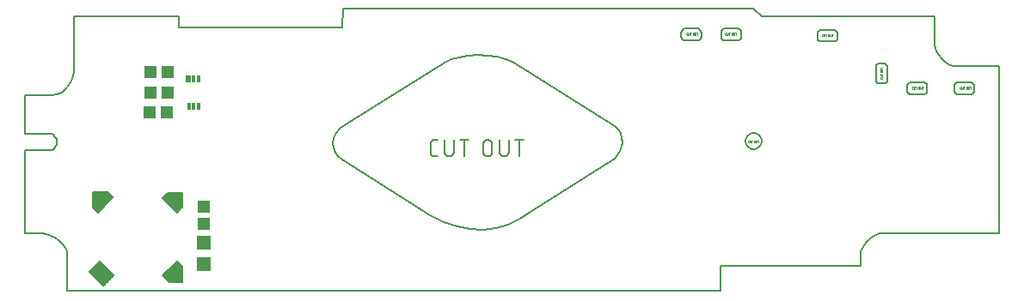
<source format=gbs>
G75*
%MOIN*%
%OFA0B0*%
%FSLAX25Y25*%
%IPPOS*%
%LPD*%
%AMOC8*
5,1,8,0,0,1.08239X$1,22.5*
%
%ADD10C,0.00600*%
%ADD11C,0.00500*%
%ADD12C,0.00800*%
%ADD13C,0.00000*%
%ADD14R,0.08280X0.05918*%
%ADD15R,0.05131X0.04737*%
%ADD16R,0.05524X0.05524*%
%ADD17R,0.04737X0.05131*%
%ADD18R,0.01981X0.02965*%
%ADD19R,0.01784X0.02965*%
D10*
X0017703Y0038877D02*
X0017703Y0053068D01*
X0017473Y0054223D01*
X0016826Y0055511D01*
X0015826Y0056843D01*
X0014540Y0058131D01*
X0013031Y0059287D01*
X0011367Y0060221D01*
X0009609Y0060847D01*
X0007826Y0061075D01*
X0001300Y0061075D01*
X0001300Y0093285D01*
X0011489Y0093363D01*
X0012380Y0093845D01*
X0013016Y0094600D01*
X0013395Y0095536D01*
X0013520Y0096561D01*
X0013391Y0097585D01*
X0013008Y0098513D01*
X0012374Y0099256D01*
X0011489Y0099720D01*
X0001300Y0099735D01*
X0001300Y0114803D02*
X0011489Y0114803D01*
X0013651Y0115090D01*
X0015486Y0115887D01*
X0017005Y0117096D01*
X0018220Y0118620D01*
X0019144Y0120362D01*
X0019789Y0122225D01*
X0020167Y0124111D01*
X0020291Y0125924D01*
X0020291Y0145461D01*
X0060762Y0145461D02*
X0060762Y0141013D01*
X0124178Y0141164D01*
X0124439Y0148568D01*
X0283611Y0148568D01*
X0286803Y0145461D01*
X0353849Y0145461D01*
X0353872Y0134183D01*
X0354104Y0132969D01*
X0354668Y0131631D01*
X0355516Y0130256D01*
X0356599Y0128933D01*
X0357869Y0127750D01*
X0359276Y0126796D01*
X0360773Y0126160D01*
X0362309Y0125929D01*
X0362585Y0125935D01*
X0378794Y0125924D01*
X0378794Y0061075D01*
X0333600Y0061075D01*
X0332610Y0060907D01*
X0331351Y0060421D01*
X0329946Y0059641D01*
X0328519Y0058595D01*
X0327194Y0057307D01*
X0326094Y0055804D01*
X0325344Y0054111D01*
X0325066Y0052254D01*
X0325066Y0048361D01*
X0270858Y0048361D01*
X0270858Y0038877D01*
X0017703Y0038877D01*
X0122690Y0090966D02*
X0124225Y0089783D01*
X0158265Y0068189D01*
X0163523Y0065449D01*
X0168754Y0063607D01*
X0173919Y0062628D01*
X0178974Y0062478D01*
X0183880Y0063119D01*
X0188596Y0064518D01*
X0193079Y0066639D01*
X0197289Y0069447D01*
X0229895Y0090159D01*
X0230978Y0091402D01*
X0231843Y0092915D01*
X0232442Y0094612D01*
X0232729Y0096404D01*
X0232659Y0098204D01*
X0232183Y0099923D01*
X0231257Y0101475D01*
X0229833Y0102771D01*
X0190100Y0127595D01*
X0187592Y0128804D01*
X0184372Y0129643D01*
X0180700Y0130126D01*
X0176836Y0130263D01*
X0173041Y0130067D01*
X0169574Y0129549D01*
X0166698Y0128721D01*
X0164671Y0127595D01*
X0125405Y0103236D01*
X0123317Y0101738D01*
X0121857Y0099993D01*
X0120989Y0098097D01*
X0120674Y0096150D01*
X0120878Y0094247D01*
X0121562Y0092486D01*
X0122690Y0090966D01*
X0158497Y0092431D02*
X0158497Y0095986D01*
X0158499Y0096060D01*
X0158505Y0096135D01*
X0158515Y0096208D01*
X0158528Y0096282D01*
X0158545Y0096354D01*
X0158567Y0096425D01*
X0158591Y0096496D01*
X0158620Y0096564D01*
X0158652Y0096632D01*
X0158688Y0096697D01*
X0158726Y0096760D01*
X0158769Y0096822D01*
X0158814Y0096881D01*
X0158862Y0096937D01*
X0158913Y0096992D01*
X0158967Y0097043D01*
X0159024Y0097091D01*
X0159083Y0097136D01*
X0159145Y0097179D01*
X0159208Y0097217D01*
X0159273Y0097253D01*
X0159341Y0097285D01*
X0159409Y0097314D01*
X0159480Y0097338D01*
X0159551Y0097360D01*
X0159623Y0097377D01*
X0159697Y0097390D01*
X0159770Y0097400D01*
X0159845Y0097406D01*
X0159919Y0097408D01*
X0161341Y0097408D01*
X0163846Y0097408D02*
X0163846Y0092786D01*
X0163848Y0092703D01*
X0163854Y0092620D01*
X0163864Y0092537D01*
X0163877Y0092454D01*
X0163895Y0092373D01*
X0163916Y0092292D01*
X0163941Y0092213D01*
X0163970Y0092135D01*
X0164002Y0092058D01*
X0164038Y0091983D01*
X0164077Y0091909D01*
X0164120Y0091838D01*
X0164166Y0091768D01*
X0164216Y0091701D01*
X0164268Y0091636D01*
X0164323Y0091574D01*
X0164382Y0091514D01*
X0164443Y0091457D01*
X0164506Y0091403D01*
X0164572Y0091352D01*
X0164641Y0091305D01*
X0164711Y0091260D01*
X0164784Y0091219D01*
X0164858Y0091182D01*
X0164934Y0091147D01*
X0165012Y0091117D01*
X0165090Y0091090D01*
X0165171Y0091067D01*
X0165252Y0091047D01*
X0165334Y0091032D01*
X0165416Y0091020D01*
X0165499Y0091012D01*
X0165582Y0091008D01*
X0165666Y0091008D01*
X0165749Y0091012D01*
X0165832Y0091020D01*
X0165914Y0091032D01*
X0165996Y0091047D01*
X0166077Y0091067D01*
X0166158Y0091090D01*
X0166236Y0091117D01*
X0166314Y0091147D01*
X0166390Y0091182D01*
X0166464Y0091219D01*
X0166537Y0091260D01*
X0166607Y0091305D01*
X0166676Y0091352D01*
X0166742Y0091403D01*
X0166805Y0091457D01*
X0166866Y0091514D01*
X0166925Y0091574D01*
X0166980Y0091636D01*
X0167032Y0091701D01*
X0167082Y0091768D01*
X0167128Y0091838D01*
X0167171Y0091909D01*
X0167210Y0091983D01*
X0167246Y0092058D01*
X0167278Y0092135D01*
X0167307Y0092213D01*
X0167332Y0092292D01*
X0167353Y0092373D01*
X0167371Y0092454D01*
X0167384Y0092537D01*
X0167394Y0092620D01*
X0167400Y0092703D01*
X0167402Y0092786D01*
X0167401Y0092786D02*
X0167401Y0097408D01*
X0169795Y0097408D02*
X0173350Y0097408D01*
X0171573Y0097408D02*
X0171573Y0091008D01*
X0178821Y0092786D02*
X0178821Y0095631D01*
X0178820Y0095631D02*
X0178822Y0095714D01*
X0178828Y0095797D01*
X0178838Y0095880D01*
X0178851Y0095963D01*
X0178869Y0096044D01*
X0178890Y0096125D01*
X0178915Y0096204D01*
X0178944Y0096282D01*
X0178976Y0096359D01*
X0179012Y0096434D01*
X0179051Y0096508D01*
X0179094Y0096579D01*
X0179140Y0096649D01*
X0179190Y0096716D01*
X0179242Y0096781D01*
X0179297Y0096843D01*
X0179356Y0096903D01*
X0179417Y0096960D01*
X0179480Y0097014D01*
X0179546Y0097065D01*
X0179615Y0097112D01*
X0179685Y0097157D01*
X0179758Y0097198D01*
X0179832Y0097235D01*
X0179908Y0097270D01*
X0179986Y0097300D01*
X0180064Y0097327D01*
X0180145Y0097350D01*
X0180226Y0097370D01*
X0180308Y0097385D01*
X0180390Y0097397D01*
X0180473Y0097405D01*
X0180556Y0097409D01*
X0180640Y0097409D01*
X0180723Y0097405D01*
X0180806Y0097397D01*
X0180888Y0097385D01*
X0180970Y0097370D01*
X0181051Y0097350D01*
X0181132Y0097327D01*
X0181210Y0097300D01*
X0181288Y0097270D01*
X0181364Y0097235D01*
X0181438Y0097198D01*
X0181511Y0097157D01*
X0181581Y0097112D01*
X0181650Y0097065D01*
X0181716Y0097014D01*
X0181779Y0096960D01*
X0181840Y0096903D01*
X0181899Y0096843D01*
X0181954Y0096781D01*
X0182006Y0096716D01*
X0182056Y0096649D01*
X0182102Y0096579D01*
X0182145Y0096508D01*
X0182184Y0096434D01*
X0182220Y0096359D01*
X0182252Y0096282D01*
X0182281Y0096204D01*
X0182306Y0096125D01*
X0182327Y0096044D01*
X0182345Y0095963D01*
X0182358Y0095880D01*
X0182368Y0095797D01*
X0182374Y0095714D01*
X0182376Y0095631D01*
X0182376Y0092786D01*
X0182374Y0092703D01*
X0182368Y0092620D01*
X0182358Y0092537D01*
X0182345Y0092454D01*
X0182327Y0092373D01*
X0182306Y0092292D01*
X0182281Y0092213D01*
X0182252Y0092135D01*
X0182220Y0092058D01*
X0182184Y0091983D01*
X0182145Y0091909D01*
X0182102Y0091838D01*
X0182056Y0091768D01*
X0182006Y0091701D01*
X0181954Y0091636D01*
X0181899Y0091574D01*
X0181840Y0091514D01*
X0181779Y0091457D01*
X0181716Y0091403D01*
X0181650Y0091352D01*
X0181581Y0091305D01*
X0181511Y0091260D01*
X0181438Y0091219D01*
X0181364Y0091182D01*
X0181288Y0091147D01*
X0181210Y0091117D01*
X0181132Y0091090D01*
X0181051Y0091067D01*
X0180970Y0091047D01*
X0180888Y0091032D01*
X0180806Y0091020D01*
X0180723Y0091012D01*
X0180640Y0091008D01*
X0180556Y0091008D01*
X0180473Y0091012D01*
X0180390Y0091020D01*
X0180308Y0091032D01*
X0180226Y0091047D01*
X0180145Y0091067D01*
X0180064Y0091090D01*
X0179986Y0091117D01*
X0179908Y0091147D01*
X0179832Y0091182D01*
X0179758Y0091219D01*
X0179685Y0091260D01*
X0179615Y0091305D01*
X0179546Y0091352D01*
X0179480Y0091403D01*
X0179417Y0091457D01*
X0179356Y0091514D01*
X0179297Y0091574D01*
X0179242Y0091636D01*
X0179190Y0091701D01*
X0179140Y0091768D01*
X0179094Y0091838D01*
X0179051Y0091909D01*
X0179012Y0091983D01*
X0178976Y0092058D01*
X0178944Y0092135D01*
X0178915Y0092213D01*
X0178890Y0092292D01*
X0178869Y0092373D01*
X0178851Y0092454D01*
X0178838Y0092537D01*
X0178828Y0092620D01*
X0178822Y0092703D01*
X0178820Y0092786D01*
X0185180Y0092786D02*
X0185180Y0097408D01*
X0188735Y0097408D02*
X0188735Y0092786D01*
X0188736Y0092786D02*
X0188734Y0092703D01*
X0188728Y0092620D01*
X0188718Y0092537D01*
X0188705Y0092454D01*
X0188687Y0092373D01*
X0188666Y0092292D01*
X0188641Y0092213D01*
X0188612Y0092135D01*
X0188580Y0092058D01*
X0188544Y0091983D01*
X0188505Y0091909D01*
X0188462Y0091838D01*
X0188416Y0091768D01*
X0188366Y0091701D01*
X0188314Y0091636D01*
X0188259Y0091574D01*
X0188200Y0091514D01*
X0188139Y0091457D01*
X0188076Y0091403D01*
X0188010Y0091352D01*
X0187941Y0091305D01*
X0187871Y0091260D01*
X0187798Y0091219D01*
X0187724Y0091182D01*
X0187648Y0091147D01*
X0187570Y0091117D01*
X0187492Y0091090D01*
X0187411Y0091067D01*
X0187330Y0091047D01*
X0187248Y0091032D01*
X0187166Y0091020D01*
X0187083Y0091012D01*
X0187000Y0091008D01*
X0186916Y0091008D01*
X0186833Y0091012D01*
X0186750Y0091020D01*
X0186668Y0091032D01*
X0186586Y0091047D01*
X0186505Y0091067D01*
X0186424Y0091090D01*
X0186346Y0091117D01*
X0186268Y0091147D01*
X0186192Y0091182D01*
X0186118Y0091219D01*
X0186045Y0091260D01*
X0185975Y0091305D01*
X0185906Y0091352D01*
X0185840Y0091403D01*
X0185777Y0091457D01*
X0185716Y0091514D01*
X0185657Y0091574D01*
X0185602Y0091636D01*
X0185550Y0091701D01*
X0185500Y0091768D01*
X0185454Y0091838D01*
X0185411Y0091909D01*
X0185372Y0091983D01*
X0185336Y0092058D01*
X0185304Y0092135D01*
X0185275Y0092213D01*
X0185250Y0092292D01*
X0185229Y0092373D01*
X0185211Y0092454D01*
X0185198Y0092537D01*
X0185188Y0092620D01*
X0185182Y0092703D01*
X0185180Y0092786D01*
X0191129Y0097408D02*
X0194684Y0097408D01*
X0192907Y0097408D02*
X0192907Y0091008D01*
X0161341Y0091008D02*
X0159919Y0091008D01*
X0159919Y0091009D02*
X0159845Y0091011D01*
X0159770Y0091017D01*
X0159697Y0091027D01*
X0159623Y0091040D01*
X0159551Y0091057D01*
X0159480Y0091079D01*
X0159409Y0091103D01*
X0159341Y0091132D01*
X0159273Y0091164D01*
X0159208Y0091200D01*
X0159145Y0091238D01*
X0159083Y0091281D01*
X0159024Y0091326D01*
X0158967Y0091374D01*
X0158913Y0091425D01*
X0158862Y0091479D01*
X0158814Y0091536D01*
X0158769Y0091595D01*
X0158726Y0091657D01*
X0158688Y0091720D01*
X0158652Y0091785D01*
X0158620Y0091853D01*
X0158591Y0091921D01*
X0158567Y0091992D01*
X0158545Y0092063D01*
X0158528Y0092135D01*
X0158515Y0092209D01*
X0158505Y0092282D01*
X0158499Y0092357D01*
X0158497Y0092431D01*
X0255811Y0136897D02*
X0255734Y0137142D01*
X0255707Y0137405D01*
X0255707Y0139289D01*
X0255734Y0139552D01*
X0255811Y0139797D01*
X0255931Y0140020D01*
X0256092Y0140213D01*
X0256285Y0140374D01*
X0256508Y0140495D01*
X0256753Y0140571D01*
X0257016Y0140598D01*
X0262092Y0140598D01*
X0262355Y0140571D01*
X0262600Y0140495D01*
X0262822Y0140374D01*
X0263016Y0140213D01*
X0263176Y0140020D01*
X0263297Y0139797D01*
X0263374Y0139552D01*
X0263400Y0139289D01*
X0263400Y0137405D01*
X0263374Y0137142D01*
X0263297Y0136897D01*
X0263176Y0136675D01*
X0263016Y0136481D01*
X0262822Y0136321D01*
X0262600Y0136200D01*
X0262355Y0136123D01*
X0262092Y0136097D01*
X0257016Y0136097D01*
X0256753Y0136123D01*
X0256508Y0136200D01*
X0256285Y0136321D01*
X0256092Y0136481D01*
X0255931Y0136675D01*
X0255811Y0136897D01*
X0271135Y0137405D02*
X0271135Y0139289D01*
X0271162Y0139552D01*
X0271239Y0139797D01*
X0271359Y0140020D01*
X0271520Y0140213D01*
X0271713Y0140374D01*
X0271935Y0140495D01*
X0272181Y0140571D01*
X0272443Y0140598D01*
X0277520Y0140598D01*
X0277783Y0140571D01*
X0278028Y0140495D01*
X0278250Y0140374D01*
X0278444Y0140213D01*
X0278604Y0140020D01*
X0278725Y0139797D01*
X0278802Y0139552D01*
X0278828Y0139289D01*
X0278828Y0137405D01*
X0278802Y0137142D01*
X0278725Y0136897D01*
X0278604Y0136675D01*
X0278444Y0136481D01*
X0278250Y0136321D01*
X0278028Y0136200D01*
X0277783Y0136123D01*
X0277520Y0136097D01*
X0272443Y0136097D01*
X0272181Y0136123D01*
X0271935Y0136200D01*
X0271713Y0136321D01*
X0271520Y0136481D01*
X0271359Y0136675D01*
X0271239Y0136897D01*
X0271162Y0137142D01*
X0271135Y0137405D01*
X0308483Y0136890D02*
X0308483Y0138774D01*
X0308510Y0139037D01*
X0308587Y0139282D01*
X0308707Y0139504D01*
X0308868Y0139698D01*
X0309061Y0139858D01*
X0309283Y0139979D01*
X0309529Y0140056D01*
X0309791Y0140082D01*
X0314868Y0140082D01*
X0315131Y0140056D01*
X0315376Y0139979D01*
X0315598Y0139858D01*
X0315792Y0139698D01*
X0315952Y0139504D01*
X0316073Y0139282D01*
X0316150Y0139037D01*
X0316176Y0138774D01*
X0316176Y0136890D01*
X0316150Y0136627D01*
X0316073Y0136382D01*
X0315952Y0136160D01*
X0315792Y0135966D01*
X0315598Y0135806D01*
X0315376Y0135685D01*
X0315131Y0135608D01*
X0314868Y0135582D01*
X0309791Y0135582D01*
X0309529Y0135608D01*
X0309283Y0135685D01*
X0309061Y0135806D01*
X0308868Y0135966D01*
X0308707Y0136160D01*
X0308587Y0136382D01*
X0308510Y0136627D01*
X0308483Y0136890D01*
X0331167Y0126223D02*
X0331288Y0126445D01*
X0331448Y0126639D01*
X0331642Y0126799D01*
X0331865Y0126920D01*
X0332109Y0126996D01*
X0332372Y0127023D01*
X0334256Y0127023D01*
X0334519Y0126996D01*
X0334765Y0126920D01*
X0334987Y0126799D01*
X0335181Y0126639D01*
X0335341Y0126445D01*
X0335462Y0126223D01*
X0335538Y0125978D01*
X0335565Y0125715D01*
X0335565Y0120638D01*
X0335538Y0120375D01*
X0335462Y0120130D01*
X0335341Y0119908D01*
X0335181Y0119714D01*
X0334987Y0119554D01*
X0334765Y0119433D01*
X0334519Y0119357D01*
X0334256Y0119330D01*
X0332372Y0119330D01*
X0332109Y0119357D01*
X0331865Y0119433D01*
X0331642Y0119554D01*
X0331448Y0119714D01*
X0331288Y0119908D01*
X0331167Y0120130D01*
X0331091Y0120375D01*
X0331064Y0120638D01*
X0331064Y0125715D01*
X0331091Y0125978D01*
X0331167Y0126223D01*
X0343477Y0119106D02*
X0343637Y0119300D01*
X0343831Y0119460D01*
X0344053Y0119581D01*
X0344298Y0119658D01*
X0344561Y0119684D01*
X0349637Y0119684D01*
X0349900Y0119658D01*
X0350145Y0119581D01*
X0350368Y0119460D01*
X0350561Y0119300D01*
X0350722Y0119106D01*
X0350843Y0118884D01*
X0350919Y0118639D01*
X0350946Y0118376D01*
X0350946Y0116492D01*
X0350919Y0116229D01*
X0350843Y0115984D01*
X0350722Y0115761D01*
X0350561Y0115567D01*
X0350368Y0115407D01*
X0350145Y0115286D01*
X0349900Y0115210D01*
X0349637Y0115183D01*
X0344561Y0115183D01*
X0344298Y0115210D01*
X0344053Y0115286D01*
X0343831Y0115407D01*
X0343637Y0115567D01*
X0343477Y0115761D01*
X0343356Y0115984D01*
X0343280Y0116229D01*
X0343253Y0116492D01*
X0343253Y0118376D01*
X0343280Y0118639D01*
X0343356Y0118884D01*
X0343477Y0119106D01*
X0361576Y0118376D02*
X0361576Y0116492D01*
X0361603Y0116229D01*
X0361680Y0115984D01*
X0361800Y0115761D01*
X0361961Y0115567D01*
X0362154Y0115407D01*
X0362377Y0115286D01*
X0362622Y0115210D01*
X0362885Y0115183D01*
X0367961Y0115183D01*
X0368224Y0115210D01*
X0368469Y0115286D01*
X0368691Y0115407D01*
X0368885Y0115567D01*
X0369045Y0115761D01*
X0369166Y0115984D01*
X0369243Y0116229D01*
X0369269Y0116492D01*
X0369269Y0118376D01*
X0369243Y0118639D01*
X0369166Y0118884D01*
X0369045Y0119106D01*
X0368885Y0119300D01*
X0368691Y0119460D01*
X0368469Y0119581D01*
X0368224Y0119658D01*
X0367961Y0119684D01*
X0362885Y0119684D01*
X0362622Y0119658D01*
X0362377Y0119581D01*
X0362154Y0119460D01*
X0361961Y0119300D01*
X0361800Y0119106D01*
X0361680Y0118884D01*
X0361603Y0118639D01*
X0361576Y0118376D01*
X0286760Y0097559D02*
X0286824Y0096924D01*
X0286764Y0097539D01*
X0286585Y0098129D01*
X0286294Y0098674D01*
X0285902Y0099151D01*
X0285425Y0099543D01*
X0284880Y0099834D01*
X0284289Y0100013D01*
X0283675Y0100074D01*
X0283060Y0100013D01*
X0282469Y0099834D01*
X0281925Y0099543D01*
X0281448Y0099151D01*
X0281056Y0098674D01*
X0280765Y0098129D01*
X0280586Y0097539D01*
X0280525Y0096924D01*
X0280586Y0096310D01*
X0280765Y0095719D01*
X0281056Y0095174D01*
X0281448Y0094697D01*
X0281925Y0094305D01*
X0282469Y0094014D01*
X0283060Y0093835D01*
X0283675Y0093774D01*
X0284289Y0093835D01*
X0284880Y0094014D01*
X0285425Y0094305D01*
X0285902Y0094697D01*
X0286294Y0095174D01*
X0286585Y0095719D01*
X0286764Y0096310D01*
X0286824Y0096924D01*
X0286760Y0096289D01*
X0286577Y0095698D01*
X0286287Y0095163D01*
X0285902Y0094697D01*
X0285436Y0094312D01*
X0284901Y0094022D01*
X0284309Y0093839D01*
X0283675Y0093774D01*
X0283040Y0093839D01*
X0282449Y0094022D01*
X0281914Y0094312D01*
X0281448Y0094697D01*
X0281063Y0095163D01*
X0280773Y0095698D01*
X0280589Y0096289D01*
X0280525Y0096924D01*
X0280589Y0097559D01*
X0280773Y0098150D01*
X0281063Y0098685D01*
X0281448Y0099151D01*
X0281914Y0099536D01*
X0282449Y0099826D01*
X0283040Y0100010D01*
X0283675Y0100074D01*
X0284309Y0100010D01*
X0284901Y0099826D01*
X0285436Y0099536D01*
X0285902Y0099151D01*
X0286287Y0098685D01*
X0286577Y0098150D01*
X0286760Y0097559D01*
D11*
X0062197Y0076708D02*
X0062197Y0071708D01*
X0062197Y0071208D01*
X0061697Y0070708D01*
X0060197Y0069208D01*
X0054697Y0074708D01*
X0056697Y0076708D01*
X0062197Y0076708D01*
X0062197Y0076586D02*
X0056575Y0076586D01*
X0056076Y0076088D02*
X0062197Y0076088D01*
X0062197Y0075589D02*
X0055578Y0075589D01*
X0055079Y0075091D02*
X0062197Y0075091D01*
X0062197Y0074592D02*
X0054813Y0074592D01*
X0055311Y0074094D02*
X0062197Y0074094D01*
X0062197Y0073595D02*
X0055810Y0073595D01*
X0056309Y0073097D02*
X0062197Y0073097D01*
X0062197Y0072598D02*
X0056807Y0072598D01*
X0057306Y0072100D02*
X0062197Y0072100D01*
X0062197Y0071601D02*
X0057804Y0071601D01*
X0058303Y0071103D02*
X0062091Y0071103D01*
X0061593Y0070604D02*
X0058801Y0070604D01*
X0059300Y0070106D02*
X0061094Y0070106D01*
X0060596Y0069607D02*
X0059798Y0069607D01*
X0035197Y0075208D02*
X0033197Y0077208D01*
X0027697Y0077208D01*
X0027697Y0071208D01*
X0029697Y0069208D01*
X0035197Y0075208D01*
X0035089Y0075091D02*
X0027697Y0075091D01*
X0027697Y0075589D02*
X0034816Y0075589D01*
X0034317Y0076088D02*
X0027697Y0076088D01*
X0027697Y0076586D02*
X0033819Y0076586D01*
X0033320Y0077085D02*
X0027697Y0077085D01*
X0027697Y0074592D02*
X0034632Y0074592D01*
X0034175Y0074094D02*
X0027697Y0074094D01*
X0027697Y0073595D02*
X0033718Y0073595D01*
X0033261Y0073097D02*
X0027697Y0073097D01*
X0027697Y0072598D02*
X0032804Y0072598D01*
X0032347Y0072100D02*
X0027697Y0072100D01*
X0027697Y0071601D02*
X0031890Y0071601D01*
X0031433Y0071103D02*
X0027803Y0071103D01*
X0028301Y0070604D02*
X0030976Y0070604D01*
X0030519Y0070106D02*
X0028800Y0070106D01*
X0029298Y0069607D02*
X0030062Y0069607D01*
X0030197Y0050208D02*
X0026197Y0046208D01*
X0031697Y0040708D01*
X0035697Y0044708D01*
X0030197Y0050208D01*
X0030154Y0050165D02*
X0030240Y0050165D01*
X0030739Y0049667D02*
X0029655Y0049667D01*
X0029157Y0049168D02*
X0031237Y0049168D01*
X0031736Y0048670D02*
X0028658Y0048670D01*
X0028160Y0048171D02*
X0032234Y0048171D01*
X0032733Y0047673D02*
X0027661Y0047673D01*
X0027163Y0047174D02*
X0033231Y0047174D01*
X0033730Y0046676D02*
X0026664Y0046676D01*
X0026228Y0046177D02*
X0034228Y0046177D01*
X0034727Y0045679D02*
X0026727Y0045679D01*
X0027225Y0045180D02*
X0035225Y0045180D01*
X0035670Y0044682D02*
X0027724Y0044682D01*
X0028222Y0044183D02*
X0035172Y0044183D01*
X0034673Y0043685D02*
X0028721Y0043685D01*
X0029219Y0043186D02*
X0034175Y0043186D01*
X0033676Y0042687D02*
X0029718Y0042687D01*
X0030216Y0042189D02*
X0033177Y0042189D01*
X0032679Y0041690D02*
X0030715Y0041690D01*
X0031213Y0041192D02*
X0032180Y0041192D01*
X0054697Y0044708D02*
X0057197Y0042208D01*
X0062197Y0042208D01*
X0062197Y0042708D01*
X0062197Y0048208D01*
X0061697Y0048708D01*
X0060197Y0050208D01*
X0054697Y0044708D01*
X0054724Y0044682D02*
X0062197Y0044682D01*
X0062197Y0045180D02*
X0055169Y0045180D01*
X0055667Y0045679D02*
X0062197Y0045679D01*
X0062197Y0046177D02*
X0056166Y0046177D01*
X0056664Y0046676D02*
X0062197Y0046676D01*
X0062197Y0047174D02*
X0057163Y0047174D01*
X0057661Y0047673D02*
X0062197Y0047673D01*
X0062197Y0048171D02*
X0058160Y0048171D01*
X0058658Y0048670D02*
X0061736Y0048670D01*
X0061237Y0049168D02*
X0059157Y0049168D01*
X0059655Y0049667D02*
X0060739Y0049667D01*
X0060240Y0050165D02*
X0060154Y0050165D01*
X0062197Y0044183D02*
X0055222Y0044183D01*
X0055721Y0043685D02*
X0062197Y0043685D01*
X0062197Y0043186D02*
X0056219Y0043186D01*
X0056718Y0042687D02*
X0062197Y0042687D01*
X0001300Y0099735D02*
X0001300Y0114803D01*
D12*
X0020291Y0145461D02*
X0060762Y0145461D01*
D13*
X0257697Y0138831D02*
X0257697Y0138386D01*
X0257699Y0138361D01*
X0257704Y0138336D01*
X0257713Y0138312D01*
X0257725Y0138290D01*
X0257740Y0138269D01*
X0257758Y0138251D01*
X0257779Y0138236D01*
X0257801Y0138224D01*
X0257825Y0138215D01*
X0257850Y0138210D01*
X0257875Y0138208D01*
X0258052Y0138208D01*
X0258322Y0138431D02*
X0258322Y0139008D01*
X0258052Y0139008D02*
X0257875Y0139008D01*
X0257875Y0139009D02*
X0257850Y0139007D01*
X0257825Y0139002D01*
X0257801Y0138993D01*
X0257779Y0138981D01*
X0257758Y0138966D01*
X0257740Y0138948D01*
X0257725Y0138927D01*
X0257713Y0138905D01*
X0257704Y0138881D01*
X0257699Y0138856D01*
X0257697Y0138831D01*
X0258322Y0138431D02*
X0258324Y0138402D01*
X0258330Y0138374D01*
X0258339Y0138346D01*
X0258352Y0138320D01*
X0258368Y0138296D01*
X0258387Y0138274D01*
X0258409Y0138255D01*
X0258433Y0138239D01*
X0258459Y0138226D01*
X0258487Y0138217D01*
X0258515Y0138211D01*
X0258544Y0138209D01*
X0258573Y0138211D01*
X0258601Y0138217D01*
X0258629Y0138226D01*
X0258655Y0138239D01*
X0258679Y0138255D01*
X0258701Y0138274D01*
X0258720Y0138296D01*
X0258736Y0138320D01*
X0258749Y0138346D01*
X0258758Y0138374D01*
X0258764Y0138402D01*
X0258766Y0138431D01*
X0258766Y0139008D01*
X0259018Y0139008D02*
X0259462Y0139008D01*
X0259240Y0139008D02*
X0259240Y0138208D01*
X0260074Y0138431D02*
X0260074Y0138786D01*
X0260076Y0138815D01*
X0260082Y0138843D01*
X0260091Y0138871D01*
X0260104Y0138897D01*
X0260120Y0138921D01*
X0260139Y0138943D01*
X0260161Y0138962D01*
X0260185Y0138978D01*
X0260211Y0138991D01*
X0260239Y0139000D01*
X0260267Y0139006D01*
X0260296Y0139008D01*
X0260325Y0139006D01*
X0260353Y0139000D01*
X0260381Y0138991D01*
X0260407Y0138978D01*
X0260431Y0138962D01*
X0260453Y0138943D01*
X0260472Y0138921D01*
X0260488Y0138897D01*
X0260501Y0138871D01*
X0260510Y0138843D01*
X0260516Y0138815D01*
X0260518Y0138786D01*
X0260518Y0138431D01*
X0260516Y0138402D01*
X0260510Y0138374D01*
X0260501Y0138346D01*
X0260488Y0138320D01*
X0260472Y0138296D01*
X0260453Y0138274D01*
X0260431Y0138255D01*
X0260407Y0138239D01*
X0260381Y0138226D01*
X0260353Y0138217D01*
X0260325Y0138211D01*
X0260296Y0138209D01*
X0260267Y0138211D01*
X0260239Y0138217D01*
X0260211Y0138226D01*
X0260185Y0138239D01*
X0260161Y0138255D01*
X0260139Y0138274D01*
X0260120Y0138296D01*
X0260104Y0138320D01*
X0260091Y0138346D01*
X0260082Y0138374D01*
X0260076Y0138402D01*
X0260074Y0138431D01*
X0260818Y0138431D02*
X0260818Y0139008D01*
X0261262Y0139008D02*
X0261262Y0138431D01*
X0261260Y0138402D01*
X0261254Y0138374D01*
X0261245Y0138346D01*
X0261232Y0138320D01*
X0261216Y0138296D01*
X0261197Y0138274D01*
X0261175Y0138255D01*
X0261151Y0138239D01*
X0261125Y0138226D01*
X0261097Y0138217D01*
X0261069Y0138211D01*
X0261040Y0138209D01*
X0261011Y0138211D01*
X0260983Y0138217D01*
X0260955Y0138226D01*
X0260929Y0138239D01*
X0260905Y0138255D01*
X0260883Y0138274D01*
X0260864Y0138296D01*
X0260848Y0138320D01*
X0260835Y0138346D01*
X0260826Y0138374D01*
X0260820Y0138402D01*
X0260818Y0138431D01*
X0261514Y0139008D02*
X0261958Y0139008D01*
X0261736Y0139008D02*
X0261736Y0138208D01*
X0272697Y0138386D02*
X0272697Y0138831D01*
X0272699Y0138856D01*
X0272704Y0138881D01*
X0272713Y0138905D01*
X0272725Y0138927D01*
X0272740Y0138948D01*
X0272758Y0138966D01*
X0272779Y0138981D01*
X0272801Y0138993D01*
X0272825Y0139002D01*
X0272850Y0139007D01*
X0272875Y0139009D01*
X0272875Y0139008D02*
X0273052Y0139008D01*
X0273322Y0139008D02*
X0273322Y0138431D01*
X0273324Y0138402D01*
X0273330Y0138374D01*
X0273339Y0138346D01*
X0273352Y0138320D01*
X0273368Y0138296D01*
X0273387Y0138274D01*
X0273409Y0138255D01*
X0273433Y0138239D01*
X0273459Y0138226D01*
X0273487Y0138217D01*
X0273515Y0138211D01*
X0273544Y0138209D01*
X0273573Y0138211D01*
X0273601Y0138217D01*
X0273629Y0138226D01*
X0273655Y0138239D01*
X0273679Y0138255D01*
X0273701Y0138274D01*
X0273720Y0138296D01*
X0273736Y0138320D01*
X0273749Y0138346D01*
X0273758Y0138374D01*
X0273764Y0138402D01*
X0273766Y0138431D01*
X0273766Y0139008D01*
X0274018Y0139008D02*
X0274462Y0139008D01*
X0274240Y0139008D02*
X0274240Y0138208D01*
X0275074Y0138431D02*
X0275074Y0138786D01*
X0275076Y0138815D01*
X0275082Y0138843D01*
X0275091Y0138871D01*
X0275104Y0138897D01*
X0275120Y0138921D01*
X0275139Y0138943D01*
X0275161Y0138962D01*
X0275185Y0138978D01*
X0275211Y0138991D01*
X0275239Y0139000D01*
X0275267Y0139006D01*
X0275296Y0139008D01*
X0275325Y0139006D01*
X0275353Y0139000D01*
X0275381Y0138991D01*
X0275407Y0138978D01*
X0275431Y0138962D01*
X0275453Y0138943D01*
X0275472Y0138921D01*
X0275488Y0138897D01*
X0275501Y0138871D01*
X0275510Y0138843D01*
X0275516Y0138815D01*
X0275518Y0138786D01*
X0275518Y0138431D01*
X0275516Y0138402D01*
X0275510Y0138374D01*
X0275501Y0138346D01*
X0275488Y0138320D01*
X0275472Y0138296D01*
X0275453Y0138274D01*
X0275431Y0138255D01*
X0275407Y0138239D01*
X0275381Y0138226D01*
X0275353Y0138217D01*
X0275325Y0138211D01*
X0275296Y0138209D01*
X0275267Y0138211D01*
X0275239Y0138217D01*
X0275211Y0138226D01*
X0275185Y0138239D01*
X0275161Y0138255D01*
X0275139Y0138274D01*
X0275120Y0138296D01*
X0275104Y0138320D01*
X0275091Y0138346D01*
X0275082Y0138374D01*
X0275076Y0138402D01*
X0275074Y0138431D01*
X0275818Y0138431D02*
X0275818Y0139008D01*
X0276262Y0139008D02*
X0276262Y0138431D01*
X0276260Y0138402D01*
X0276254Y0138374D01*
X0276245Y0138346D01*
X0276232Y0138320D01*
X0276216Y0138296D01*
X0276197Y0138274D01*
X0276175Y0138255D01*
X0276151Y0138239D01*
X0276125Y0138226D01*
X0276097Y0138217D01*
X0276069Y0138211D01*
X0276040Y0138209D01*
X0276011Y0138211D01*
X0275983Y0138217D01*
X0275955Y0138226D01*
X0275929Y0138239D01*
X0275905Y0138255D01*
X0275883Y0138274D01*
X0275864Y0138296D01*
X0275848Y0138320D01*
X0275835Y0138346D01*
X0275826Y0138374D01*
X0275820Y0138402D01*
X0275818Y0138431D01*
X0276514Y0139008D02*
X0276958Y0139008D01*
X0276736Y0139008D02*
X0276736Y0138208D01*
X0273052Y0138208D02*
X0272875Y0138208D01*
X0272850Y0138210D01*
X0272825Y0138215D01*
X0272801Y0138224D01*
X0272779Y0138236D01*
X0272758Y0138251D01*
X0272740Y0138269D01*
X0272725Y0138290D01*
X0272713Y0138312D01*
X0272704Y0138336D01*
X0272699Y0138361D01*
X0272697Y0138386D01*
X0310197Y0138331D02*
X0310197Y0137886D01*
X0310199Y0137861D01*
X0310204Y0137836D01*
X0310213Y0137812D01*
X0310225Y0137790D01*
X0310240Y0137769D01*
X0310258Y0137751D01*
X0310279Y0137736D01*
X0310301Y0137724D01*
X0310325Y0137715D01*
X0310350Y0137710D01*
X0310375Y0137708D01*
X0310552Y0137708D01*
X0310822Y0137931D02*
X0310822Y0138508D01*
X0310552Y0138508D02*
X0310375Y0138508D01*
X0310375Y0138509D02*
X0310350Y0138507D01*
X0310325Y0138502D01*
X0310301Y0138493D01*
X0310279Y0138481D01*
X0310258Y0138466D01*
X0310240Y0138448D01*
X0310225Y0138427D01*
X0310213Y0138405D01*
X0310204Y0138381D01*
X0310199Y0138356D01*
X0310197Y0138331D01*
X0310822Y0137931D02*
X0310824Y0137902D01*
X0310830Y0137874D01*
X0310839Y0137846D01*
X0310852Y0137820D01*
X0310868Y0137796D01*
X0310887Y0137774D01*
X0310909Y0137755D01*
X0310933Y0137739D01*
X0310959Y0137726D01*
X0310987Y0137717D01*
X0311015Y0137711D01*
X0311044Y0137709D01*
X0311073Y0137711D01*
X0311101Y0137717D01*
X0311129Y0137726D01*
X0311155Y0137739D01*
X0311179Y0137755D01*
X0311201Y0137774D01*
X0311220Y0137796D01*
X0311236Y0137820D01*
X0311249Y0137846D01*
X0311258Y0137874D01*
X0311264Y0137902D01*
X0311266Y0137931D01*
X0311266Y0138508D01*
X0311518Y0138508D02*
X0311962Y0138508D01*
X0311740Y0138508D02*
X0311740Y0137708D01*
X0312574Y0137931D02*
X0312574Y0138286D01*
X0312576Y0138315D01*
X0312582Y0138343D01*
X0312591Y0138371D01*
X0312604Y0138397D01*
X0312620Y0138421D01*
X0312639Y0138443D01*
X0312661Y0138462D01*
X0312685Y0138478D01*
X0312711Y0138491D01*
X0312739Y0138500D01*
X0312767Y0138506D01*
X0312796Y0138508D01*
X0312825Y0138506D01*
X0312853Y0138500D01*
X0312881Y0138491D01*
X0312907Y0138478D01*
X0312931Y0138462D01*
X0312953Y0138443D01*
X0312972Y0138421D01*
X0312988Y0138397D01*
X0313001Y0138371D01*
X0313010Y0138343D01*
X0313016Y0138315D01*
X0313018Y0138286D01*
X0313018Y0137931D01*
X0313016Y0137902D01*
X0313010Y0137874D01*
X0313001Y0137846D01*
X0312988Y0137820D01*
X0312972Y0137796D01*
X0312953Y0137774D01*
X0312931Y0137755D01*
X0312907Y0137739D01*
X0312881Y0137726D01*
X0312853Y0137717D01*
X0312825Y0137711D01*
X0312796Y0137709D01*
X0312767Y0137711D01*
X0312739Y0137717D01*
X0312711Y0137726D01*
X0312685Y0137739D01*
X0312661Y0137755D01*
X0312639Y0137774D01*
X0312620Y0137796D01*
X0312604Y0137820D01*
X0312591Y0137846D01*
X0312582Y0137874D01*
X0312576Y0137902D01*
X0312574Y0137931D01*
X0313318Y0137931D02*
X0313318Y0138508D01*
X0313762Y0138508D02*
X0313762Y0137931D01*
X0313760Y0137902D01*
X0313754Y0137874D01*
X0313745Y0137846D01*
X0313732Y0137820D01*
X0313716Y0137796D01*
X0313697Y0137774D01*
X0313675Y0137755D01*
X0313651Y0137739D01*
X0313625Y0137726D01*
X0313597Y0137717D01*
X0313569Y0137711D01*
X0313540Y0137709D01*
X0313511Y0137711D01*
X0313483Y0137717D01*
X0313455Y0137726D01*
X0313429Y0137739D01*
X0313405Y0137755D01*
X0313383Y0137774D01*
X0313364Y0137796D01*
X0313348Y0137820D01*
X0313335Y0137846D01*
X0313326Y0137874D01*
X0313320Y0137902D01*
X0313318Y0137931D01*
X0314014Y0138508D02*
X0314458Y0138508D01*
X0314236Y0138508D02*
X0314236Y0137708D01*
X0332897Y0125470D02*
X0332897Y0125025D01*
X0332897Y0125248D02*
X0333697Y0125248D01*
X0333475Y0124774D02*
X0332897Y0124774D01*
X0332897Y0124329D02*
X0333475Y0124329D01*
X0333475Y0124330D02*
X0333504Y0124332D01*
X0333532Y0124338D01*
X0333560Y0124347D01*
X0333586Y0124360D01*
X0333610Y0124376D01*
X0333632Y0124395D01*
X0333651Y0124417D01*
X0333667Y0124441D01*
X0333680Y0124467D01*
X0333689Y0124495D01*
X0333695Y0124523D01*
X0333697Y0124552D01*
X0333695Y0124581D01*
X0333689Y0124609D01*
X0333680Y0124637D01*
X0333667Y0124663D01*
X0333651Y0124687D01*
X0333632Y0124709D01*
X0333610Y0124728D01*
X0333586Y0124744D01*
X0333560Y0124757D01*
X0333532Y0124766D01*
X0333504Y0124772D01*
X0333475Y0124774D01*
X0333475Y0124030D02*
X0333119Y0124030D01*
X0333090Y0124028D01*
X0333062Y0124022D01*
X0333034Y0124013D01*
X0333008Y0124000D01*
X0332984Y0123984D01*
X0332962Y0123965D01*
X0332943Y0123943D01*
X0332927Y0123919D01*
X0332914Y0123893D01*
X0332905Y0123865D01*
X0332899Y0123837D01*
X0332897Y0123808D01*
X0332899Y0123779D01*
X0332905Y0123751D01*
X0332914Y0123723D01*
X0332927Y0123697D01*
X0332943Y0123673D01*
X0332962Y0123651D01*
X0332984Y0123632D01*
X0333008Y0123616D01*
X0333034Y0123603D01*
X0333062Y0123594D01*
X0333090Y0123588D01*
X0333119Y0123586D01*
X0333119Y0123585D02*
X0333475Y0123585D01*
X0333475Y0123586D02*
X0333504Y0123588D01*
X0333532Y0123594D01*
X0333560Y0123603D01*
X0333586Y0123616D01*
X0333610Y0123632D01*
X0333632Y0123651D01*
X0333651Y0123673D01*
X0333667Y0123697D01*
X0333680Y0123723D01*
X0333689Y0123751D01*
X0333695Y0123779D01*
X0333697Y0123808D01*
X0333695Y0123837D01*
X0333689Y0123865D01*
X0333680Y0123893D01*
X0333667Y0123919D01*
X0333651Y0123943D01*
X0333632Y0123965D01*
X0333610Y0123984D01*
X0333586Y0124000D01*
X0333560Y0124013D01*
X0333532Y0124022D01*
X0333504Y0124028D01*
X0333475Y0124030D01*
X0332897Y0122974D02*
X0332897Y0122529D01*
X0332897Y0122752D02*
X0333697Y0122752D01*
X0333475Y0122278D02*
X0332897Y0122278D01*
X0332897Y0121833D02*
X0333475Y0121833D01*
X0333475Y0121834D02*
X0333504Y0121836D01*
X0333532Y0121842D01*
X0333560Y0121851D01*
X0333586Y0121864D01*
X0333610Y0121880D01*
X0333632Y0121899D01*
X0333651Y0121921D01*
X0333667Y0121945D01*
X0333680Y0121971D01*
X0333689Y0121999D01*
X0333695Y0122027D01*
X0333697Y0122056D01*
X0333695Y0122085D01*
X0333689Y0122113D01*
X0333680Y0122141D01*
X0333667Y0122167D01*
X0333651Y0122191D01*
X0333632Y0122213D01*
X0333610Y0122232D01*
X0333586Y0122248D01*
X0333560Y0122261D01*
X0333532Y0122270D01*
X0333504Y0122276D01*
X0333475Y0122278D01*
X0333697Y0121564D02*
X0333697Y0121386D01*
X0333695Y0121361D01*
X0333690Y0121336D01*
X0333681Y0121312D01*
X0333669Y0121290D01*
X0333654Y0121269D01*
X0333636Y0121251D01*
X0333615Y0121236D01*
X0333593Y0121224D01*
X0333569Y0121215D01*
X0333544Y0121210D01*
X0333519Y0121208D01*
X0333075Y0121208D01*
X0333050Y0121210D01*
X0333025Y0121215D01*
X0333001Y0121224D01*
X0332979Y0121236D01*
X0332958Y0121251D01*
X0332940Y0121269D01*
X0332925Y0121290D01*
X0332913Y0121312D01*
X0332904Y0121336D01*
X0332899Y0121361D01*
X0332897Y0121386D01*
X0332897Y0121564D01*
X0345197Y0117831D02*
X0345197Y0117386D01*
X0345199Y0117361D01*
X0345204Y0117336D01*
X0345213Y0117312D01*
X0345225Y0117290D01*
X0345240Y0117269D01*
X0345258Y0117251D01*
X0345279Y0117236D01*
X0345301Y0117224D01*
X0345325Y0117215D01*
X0345350Y0117210D01*
X0345375Y0117208D01*
X0345552Y0117208D01*
X0345822Y0117431D02*
X0345822Y0118008D01*
X0345552Y0118008D02*
X0345375Y0118008D01*
X0345375Y0118009D02*
X0345350Y0118007D01*
X0345325Y0118002D01*
X0345301Y0117993D01*
X0345279Y0117981D01*
X0345258Y0117966D01*
X0345240Y0117948D01*
X0345225Y0117927D01*
X0345213Y0117905D01*
X0345204Y0117881D01*
X0345199Y0117856D01*
X0345197Y0117831D01*
X0345822Y0117431D02*
X0345824Y0117402D01*
X0345830Y0117374D01*
X0345839Y0117346D01*
X0345852Y0117320D01*
X0345868Y0117296D01*
X0345887Y0117274D01*
X0345909Y0117255D01*
X0345933Y0117239D01*
X0345959Y0117226D01*
X0345987Y0117217D01*
X0346015Y0117211D01*
X0346044Y0117209D01*
X0346073Y0117211D01*
X0346101Y0117217D01*
X0346129Y0117226D01*
X0346155Y0117239D01*
X0346179Y0117255D01*
X0346201Y0117274D01*
X0346220Y0117296D01*
X0346236Y0117320D01*
X0346249Y0117346D01*
X0346258Y0117374D01*
X0346264Y0117402D01*
X0346266Y0117431D01*
X0346266Y0118008D01*
X0346518Y0118008D02*
X0346962Y0118008D01*
X0346740Y0118008D02*
X0346740Y0117208D01*
X0347574Y0117431D02*
X0347574Y0117786D01*
X0347576Y0117815D01*
X0347582Y0117843D01*
X0347591Y0117871D01*
X0347604Y0117897D01*
X0347620Y0117921D01*
X0347639Y0117943D01*
X0347661Y0117962D01*
X0347685Y0117978D01*
X0347711Y0117991D01*
X0347739Y0118000D01*
X0347767Y0118006D01*
X0347796Y0118008D01*
X0347825Y0118006D01*
X0347853Y0118000D01*
X0347881Y0117991D01*
X0347907Y0117978D01*
X0347931Y0117962D01*
X0347953Y0117943D01*
X0347972Y0117921D01*
X0347988Y0117897D01*
X0348001Y0117871D01*
X0348010Y0117843D01*
X0348016Y0117815D01*
X0348018Y0117786D01*
X0348018Y0117431D01*
X0348016Y0117402D01*
X0348010Y0117374D01*
X0348001Y0117346D01*
X0347988Y0117320D01*
X0347972Y0117296D01*
X0347953Y0117274D01*
X0347931Y0117255D01*
X0347907Y0117239D01*
X0347881Y0117226D01*
X0347853Y0117217D01*
X0347825Y0117211D01*
X0347796Y0117209D01*
X0347767Y0117211D01*
X0347739Y0117217D01*
X0347711Y0117226D01*
X0347685Y0117239D01*
X0347661Y0117255D01*
X0347639Y0117274D01*
X0347620Y0117296D01*
X0347604Y0117320D01*
X0347591Y0117346D01*
X0347582Y0117374D01*
X0347576Y0117402D01*
X0347574Y0117431D01*
X0348318Y0117431D02*
X0348318Y0118008D01*
X0348762Y0118008D02*
X0348762Y0117431D01*
X0348760Y0117402D01*
X0348754Y0117374D01*
X0348745Y0117346D01*
X0348732Y0117320D01*
X0348716Y0117296D01*
X0348697Y0117274D01*
X0348675Y0117255D01*
X0348651Y0117239D01*
X0348625Y0117226D01*
X0348597Y0117217D01*
X0348569Y0117211D01*
X0348540Y0117209D01*
X0348511Y0117211D01*
X0348483Y0117217D01*
X0348455Y0117226D01*
X0348429Y0117239D01*
X0348405Y0117255D01*
X0348383Y0117274D01*
X0348364Y0117296D01*
X0348348Y0117320D01*
X0348335Y0117346D01*
X0348326Y0117374D01*
X0348320Y0117402D01*
X0348318Y0117431D01*
X0349014Y0118008D02*
X0349458Y0118008D01*
X0349236Y0118008D02*
X0349236Y0117208D01*
X0363697Y0117386D02*
X0363697Y0117831D01*
X0363699Y0117856D01*
X0363704Y0117881D01*
X0363713Y0117905D01*
X0363725Y0117927D01*
X0363740Y0117948D01*
X0363758Y0117966D01*
X0363779Y0117981D01*
X0363801Y0117993D01*
X0363825Y0118002D01*
X0363850Y0118007D01*
X0363875Y0118009D01*
X0363875Y0118008D02*
X0364052Y0118008D01*
X0364322Y0118008D02*
X0364322Y0117431D01*
X0364324Y0117402D01*
X0364330Y0117374D01*
X0364339Y0117346D01*
X0364352Y0117320D01*
X0364368Y0117296D01*
X0364387Y0117274D01*
X0364409Y0117255D01*
X0364433Y0117239D01*
X0364459Y0117226D01*
X0364487Y0117217D01*
X0364515Y0117211D01*
X0364544Y0117209D01*
X0364573Y0117211D01*
X0364601Y0117217D01*
X0364629Y0117226D01*
X0364655Y0117239D01*
X0364679Y0117255D01*
X0364701Y0117274D01*
X0364720Y0117296D01*
X0364736Y0117320D01*
X0364749Y0117346D01*
X0364758Y0117374D01*
X0364764Y0117402D01*
X0364766Y0117431D01*
X0364766Y0118008D01*
X0365018Y0118008D02*
X0365462Y0118008D01*
X0365240Y0118008D02*
X0365240Y0117208D01*
X0366074Y0117431D02*
X0366074Y0117786D01*
X0366076Y0117815D01*
X0366082Y0117843D01*
X0366091Y0117871D01*
X0366104Y0117897D01*
X0366120Y0117921D01*
X0366139Y0117943D01*
X0366161Y0117962D01*
X0366185Y0117978D01*
X0366211Y0117991D01*
X0366239Y0118000D01*
X0366267Y0118006D01*
X0366296Y0118008D01*
X0366325Y0118006D01*
X0366353Y0118000D01*
X0366381Y0117991D01*
X0366407Y0117978D01*
X0366431Y0117962D01*
X0366453Y0117943D01*
X0366472Y0117921D01*
X0366488Y0117897D01*
X0366501Y0117871D01*
X0366510Y0117843D01*
X0366516Y0117815D01*
X0366518Y0117786D01*
X0366518Y0117431D01*
X0366516Y0117402D01*
X0366510Y0117374D01*
X0366501Y0117346D01*
X0366488Y0117320D01*
X0366472Y0117296D01*
X0366453Y0117274D01*
X0366431Y0117255D01*
X0366407Y0117239D01*
X0366381Y0117226D01*
X0366353Y0117217D01*
X0366325Y0117211D01*
X0366296Y0117209D01*
X0366267Y0117211D01*
X0366239Y0117217D01*
X0366211Y0117226D01*
X0366185Y0117239D01*
X0366161Y0117255D01*
X0366139Y0117274D01*
X0366120Y0117296D01*
X0366104Y0117320D01*
X0366091Y0117346D01*
X0366082Y0117374D01*
X0366076Y0117402D01*
X0366074Y0117431D01*
X0366818Y0117431D02*
X0366818Y0118008D01*
X0367262Y0118008D02*
X0367262Y0117431D01*
X0367260Y0117402D01*
X0367254Y0117374D01*
X0367245Y0117346D01*
X0367232Y0117320D01*
X0367216Y0117296D01*
X0367197Y0117274D01*
X0367175Y0117255D01*
X0367151Y0117239D01*
X0367125Y0117226D01*
X0367097Y0117217D01*
X0367069Y0117211D01*
X0367040Y0117209D01*
X0367011Y0117211D01*
X0366983Y0117217D01*
X0366955Y0117226D01*
X0366929Y0117239D01*
X0366905Y0117255D01*
X0366883Y0117274D01*
X0366864Y0117296D01*
X0366848Y0117320D01*
X0366835Y0117346D01*
X0366826Y0117374D01*
X0366820Y0117402D01*
X0366818Y0117431D01*
X0367514Y0118008D02*
X0367958Y0118008D01*
X0367736Y0118008D02*
X0367736Y0117208D01*
X0364052Y0117208D02*
X0363875Y0117208D01*
X0363850Y0117210D01*
X0363825Y0117215D01*
X0363801Y0117224D01*
X0363779Y0117236D01*
X0363758Y0117251D01*
X0363740Y0117269D01*
X0363725Y0117290D01*
X0363713Y0117312D01*
X0363704Y0117336D01*
X0363699Y0117361D01*
X0363697Y0117386D01*
X0285697Y0097208D02*
X0285252Y0097208D01*
X0285475Y0097208D02*
X0285475Y0096408D01*
X0285001Y0096631D02*
X0285001Y0097208D01*
X0284556Y0097208D02*
X0284556Y0096631D01*
X0284557Y0096631D02*
X0284559Y0096602D01*
X0284565Y0096574D01*
X0284574Y0096546D01*
X0284587Y0096520D01*
X0284603Y0096496D01*
X0284622Y0096474D01*
X0284644Y0096455D01*
X0284668Y0096439D01*
X0284694Y0096426D01*
X0284722Y0096417D01*
X0284750Y0096411D01*
X0284779Y0096409D01*
X0284808Y0096411D01*
X0284836Y0096417D01*
X0284864Y0096426D01*
X0284890Y0096439D01*
X0284914Y0096455D01*
X0284936Y0096474D01*
X0284955Y0096496D01*
X0284971Y0096520D01*
X0284984Y0096546D01*
X0284993Y0096574D01*
X0284999Y0096602D01*
X0285001Y0096631D01*
X0284257Y0096631D02*
X0284257Y0096986D01*
X0284255Y0097015D01*
X0284249Y0097043D01*
X0284240Y0097071D01*
X0284227Y0097097D01*
X0284211Y0097121D01*
X0284192Y0097143D01*
X0284170Y0097162D01*
X0284146Y0097178D01*
X0284120Y0097191D01*
X0284092Y0097200D01*
X0284064Y0097206D01*
X0284035Y0097208D01*
X0284006Y0097206D01*
X0283978Y0097200D01*
X0283950Y0097191D01*
X0283924Y0097178D01*
X0283900Y0097162D01*
X0283878Y0097143D01*
X0283859Y0097121D01*
X0283843Y0097097D01*
X0283830Y0097071D01*
X0283821Y0097043D01*
X0283815Y0097015D01*
X0283813Y0096986D01*
X0283812Y0096986D02*
X0283812Y0096631D01*
X0283813Y0096631D02*
X0283815Y0096602D01*
X0283821Y0096574D01*
X0283830Y0096546D01*
X0283843Y0096520D01*
X0283859Y0096496D01*
X0283878Y0096474D01*
X0283900Y0096455D01*
X0283924Y0096439D01*
X0283950Y0096426D01*
X0283978Y0096417D01*
X0284006Y0096411D01*
X0284035Y0096409D01*
X0284064Y0096411D01*
X0284092Y0096417D01*
X0284120Y0096426D01*
X0284146Y0096439D01*
X0284170Y0096455D01*
X0284192Y0096474D01*
X0284211Y0096496D01*
X0284227Y0096520D01*
X0284240Y0096546D01*
X0284249Y0096574D01*
X0284255Y0096602D01*
X0284257Y0096631D01*
X0283201Y0097208D02*
X0282756Y0097208D01*
X0282979Y0097208D02*
X0282979Y0096408D01*
X0282505Y0096631D02*
X0282505Y0097208D01*
X0282060Y0097208D02*
X0282060Y0096631D01*
X0282061Y0096631D02*
X0282063Y0096602D01*
X0282069Y0096574D01*
X0282078Y0096546D01*
X0282091Y0096520D01*
X0282107Y0096496D01*
X0282126Y0096474D01*
X0282148Y0096455D01*
X0282172Y0096439D01*
X0282198Y0096426D01*
X0282226Y0096417D01*
X0282254Y0096411D01*
X0282283Y0096409D01*
X0282312Y0096411D01*
X0282340Y0096417D01*
X0282368Y0096426D01*
X0282394Y0096439D01*
X0282418Y0096455D01*
X0282440Y0096474D01*
X0282459Y0096496D01*
X0282475Y0096520D01*
X0282488Y0096546D01*
X0282497Y0096574D01*
X0282503Y0096602D01*
X0282505Y0096631D01*
X0281791Y0096408D02*
X0281613Y0096408D01*
X0281588Y0096410D01*
X0281563Y0096415D01*
X0281539Y0096424D01*
X0281517Y0096436D01*
X0281496Y0096451D01*
X0281478Y0096469D01*
X0281463Y0096490D01*
X0281451Y0096512D01*
X0281442Y0096536D01*
X0281437Y0096561D01*
X0281435Y0096586D01*
X0281435Y0097031D01*
X0281437Y0097056D01*
X0281442Y0097081D01*
X0281451Y0097105D01*
X0281463Y0097127D01*
X0281478Y0097148D01*
X0281496Y0097166D01*
X0281517Y0097181D01*
X0281539Y0097193D01*
X0281563Y0097202D01*
X0281588Y0097207D01*
X0281613Y0097209D01*
X0281613Y0097208D02*
X0281791Y0097208D01*
D14*
G36*
X0031579Y0040481D02*
X0025725Y0046335D01*
X0029909Y0050519D01*
X0035763Y0044665D01*
X0031579Y0040481D01*
G37*
D15*
X0070697Y0064862D03*
X0070697Y0071555D03*
X0056293Y0108208D03*
X0049600Y0108208D03*
D16*
X0070697Y0057342D03*
X0070697Y0049074D03*
D17*
X0056543Y0115833D03*
X0049850Y0115833D03*
X0049850Y0123833D03*
X0056543Y0123833D03*
D18*
X0064630Y0121122D03*
D19*
X0066697Y0121122D03*
X0068665Y0121122D03*
X0068665Y0110295D03*
X0066697Y0110295D03*
X0064728Y0110295D03*
M02*

</source>
